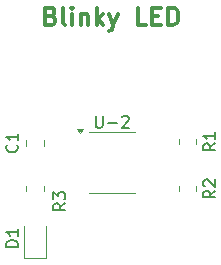
<source format=gbr>
%TF.GenerationSoftware,KiCad,Pcbnew,9.0.2-9.0.2-0~ubuntu22.04.1*%
%TF.CreationDate,2025-07-10T14:00:21-04:00*%
%TF.ProjectId,GettingToBlinky5.0,47657474-696e-4675-946f-426c696e6b79,rev?*%
%TF.SameCoordinates,Original*%
%TF.FileFunction,Legend,Top*%
%TF.FilePolarity,Positive*%
%FSLAX46Y46*%
G04 Gerber Fmt 4.6, Leading zero omitted, Abs format (unit mm)*
G04 Created by KiCad (PCBNEW 9.0.2-9.0.2-0~ubuntu22.04.1) date 2025-07-10 14:00:21*
%MOMM*%
%LPD*%
G01*
G04 APERTURE LIST*
%ADD10C,0.300000*%
%ADD11C,0.150000*%
%ADD12C,0.120000*%
G04 APERTURE END LIST*
D10*
X136054510Y-99015114D02*
X136268796Y-99086542D01*
X136268796Y-99086542D02*
X136340225Y-99157971D01*
X136340225Y-99157971D02*
X136411653Y-99300828D01*
X136411653Y-99300828D02*
X136411653Y-99515114D01*
X136411653Y-99515114D02*
X136340225Y-99657971D01*
X136340225Y-99657971D02*
X136268796Y-99729400D01*
X136268796Y-99729400D02*
X136125939Y-99800828D01*
X136125939Y-99800828D02*
X135554510Y-99800828D01*
X135554510Y-99800828D02*
X135554510Y-98300828D01*
X135554510Y-98300828D02*
X136054510Y-98300828D01*
X136054510Y-98300828D02*
X136197368Y-98372257D01*
X136197368Y-98372257D02*
X136268796Y-98443685D01*
X136268796Y-98443685D02*
X136340225Y-98586542D01*
X136340225Y-98586542D02*
X136340225Y-98729400D01*
X136340225Y-98729400D02*
X136268796Y-98872257D01*
X136268796Y-98872257D02*
X136197368Y-98943685D01*
X136197368Y-98943685D02*
X136054510Y-99015114D01*
X136054510Y-99015114D02*
X135554510Y-99015114D01*
X137268796Y-99800828D02*
X137125939Y-99729400D01*
X137125939Y-99729400D02*
X137054510Y-99586542D01*
X137054510Y-99586542D02*
X137054510Y-98300828D01*
X137840224Y-99800828D02*
X137840224Y-98800828D01*
X137840224Y-98300828D02*
X137768796Y-98372257D01*
X137768796Y-98372257D02*
X137840224Y-98443685D01*
X137840224Y-98443685D02*
X137911653Y-98372257D01*
X137911653Y-98372257D02*
X137840224Y-98300828D01*
X137840224Y-98300828D02*
X137840224Y-98443685D01*
X138554510Y-98800828D02*
X138554510Y-99800828D01*
X138554510Y-98943685D02*
X138625939Y-98872257D01*
X138625939Y-98872257D02*
X138768796Y-98800828D01*
X138768796Y-98800828D02*
X138983082Y-98800828D01*
X138983082Y-98800828D02*
X139125939Y-98872257D01*
X139125939Y-98872257D02*
X139197368Y-99015114D01*
X139197368Y-99015114D02*
X139197368Y-99800828D01*
X139911653Y-99800828D02*
X139911653Y-98300828D01*
X140054511Y-99229400D02*
X140483082Y-99800828D01*
X140483082Y-98800828D02*
X139911653Y-99372257D01*
X140983082Y-98800828D02*
X141340225Y-99800828D01*
X141697368Y-98800828D02*
X141340225Y-99800828D01*
X141340225Y-99800828D02*
X141197368Y-100157971D01*
X141197368Y-100157971D02*
X141125939Y-100229400D01*
X141125939Y-100229400D02*
X140983082Y-100300828D01*
X144125939Y-99800828D02*
X143411653Y-99800828D01*
X143411653Y-99800828D02*
X143411653Y-98300828D01*
X144625939Y-99015114D02*
X145125939Y-99015114D01*
X145340225Y-99800828D02*
X144625939Y-99800828D01*
X144625939Y-99800828D02*
X144625939Y-98300828D01*
X144625939Y-98300828D02*
X145340225Y-98300828D01*
X145983082Y-99800828D02*
X145983082Y-98300828D01*
X145983082Y-98300828D02*
X146340225Y-98300828D01*
X146340225Y-98300828D02*
X146554511Y-98372257D01*
X146554511Y-98372257D02*
X146697368Y-98515114D01*
X146697368Y-98515114D02*
X146768797Y-98657971D01*
X146768797Y-98657971D02*
X146840225Y-98943685D01*
X146840225Y-98943685D02*
X146840225Y-99157971D01*
X146840225Y-99157971D02*
X146768797Y-99443685D01*
X146768797Y-99443685D02*
X146697368Y-99586542D01*
X146697368Y-99586542D02*
X146554511Y-99729400D01*
X146554511Y-99729400D02*
X146340225Y-99800828D01*
X146340225Y-99800828D02*
X145983082Y-99800828D01*
D11*
X139844048Y-107469819D02*
X139844048Y-108279342D01*
X139844048Y-108279342D02*
X139891667Y-108374580D01*
X139891667Y-108374580D02*
X139939286Y-108422200D01*
X139939286Y-108422200D02*
X140034524Y-108469819D01*
X140034524Y-108469819D02*
X140225000Y-108469819D01*
X140225000Y-108469819D02*
X140320238Y-108422200D01*
X140320238Y-108422200D02*
X140367857Y-108374580D01*
X140367857Y-108374580D02*
X140415476Y-108279342D01*
X140415476Y-108279342D02*
X140415476Y-107469819D01*
X140891667Y-108088866D02*
X141653572Y-108088866D01*
X142082143Y-107565057D02*
X142129762Y-107517438D01*
X142129762Y-107517438D02*
X142225000Y-107469819D01*
X142225000Y-107469819D02*
X142463095Y-107469819D01*
X142463095Y-107469819D02*
X142558333Y-107517438D01*
X142558333Y-107517438D02*
X142605952Y-107565057D01*
X142605952Y-107565057D02*
X142653571Y-107660295D01*
X142653571Y-107660295D02*
X142653571Y-107755533D01*
X142653571Y-107755533D02*
X142605952Y-107898390D01*
X142605952Y-107898390D02*
X142034524Y-108469819D01*
X142034524Y-108469819D02*
X142653571Y-108469819D01*
X133159580Y-109916666D02*
X133207200Y-109964285D01*
X133207200Y-109964285D02*
X133254819Y-110107142D01*
X133254819Y-110107142D02*
X133254819Y-110202380D01*
X133254819Y-110202380D02*
X133207200Y-110345237D01*
X133207200Y-110345237D02*
X133111961Y-110440475D01*
X133111961Y-110440475D02*
X133016723Y-110488094D01*
X133016723Y-110488094D02*
X132826247Y-110535713D01*
X132826247Y-110535713D02*
X132683390Y-110535713D01*
X132683390Y-110535713D02*
X132492914Y-110488094D01*
X132492914Y-110488094D02*
X132397676Y-110440475D01*
X132397676Y-110440475D02*
X132302438Y-110345237D01*
X132302438Y-110345237D02*
X132254819Y-110202380D01*
X132254819Y-110202380D02*
X132254819Y-110107142D01*
X132254819Y-110107142D02*
X132302438Y-109964285D01*
X132302438Y-109964285D02*
X132350057Y-109916666D01*
X133254819Y-108964285D02*
X133254819Y-109535713D01*
X133254819Y-109249999D02*
X132254819Y-109249999D01*
X132254819Y-109249999D02*
X132397676Y-109345237D01*
X132397676Y-109345237D02*
X132492914Y-109440475D01*
X132492914Y-109440475D02*
X132540533Y-109535713D01*
X137254819Y-114866666D02*
X136778628Y-115199999D01*
X137254819Y-115438094D02*
X136254819Y-115438094D01*
X136254819Y-115438094D02*
X136254819Y-115057142D01*
X136254819Y-115057142D02*
X136302438Y-114961904D01*
X136302438Y-114961904D02*
X136350057Y-114914285D01*
X136350057Y-114914285D02*
X136445295Y-114866666D01*
X136445295Y-114866666D02*
X136588152Y-114866666D01*
X136588152Y-114866666D02*
X136683390Y-114914285D01*
X136683390Y-114914285D02*
X136731009Y-114961904D01*
X136731009Y-114961904D02*
X136778628Y-115057142D01*
X136778628Y-115057142D02*
X136778628Y-115438094D01*
X136254819Y-114533332D02*
X136254819Y-113914285D01*
X136254819Y-113914285D02*
X136635771Y-114247618D01*
X136635771Y-114247618D02*
X136635771Y-114104761D01*
X136635771Y-114104761D02*
X136683390Y-114009523D01*
X136683390Y-114009523D02*
X136731009Y-113961904D01*
X136731009Y-113961904D02*
X136826247Y-113914285D01*
X136826247Y-113914285D02*
X137064342Y-113914285D01*
X137064342Y-113914285D02*
X137159580Y-113961904D01*
X137159580Y-113961904D02*
X137207200Y-114009523D01*
X137207200Y-114009523D02*
X137254819Y-114104761D01*
X137254819Y-114104761D02*
X137254819Y-114390475D01*
X137254819Y-114390475D02*
X137207200Y-114485713D01*
X137207200Y-114485713D02*
X137159580Y-114533332D01*
X149954819Y-109804166D02*
X149478628Y-110137499D01*
X149954819Y-110375594D02*
X148954819Y-110375594D01*
X148954819Y-110375594D02*
X148954819Y-109994642D01*
X148954819Y-109994642D02*
X149002438Y-109899404D01*
X149002438Y-109899404D02*
X149050057Y-109851785D01*
X149050057Y-109851785D02*
X149145295Y-109804166D01*
X149145295Y-109804166D02*
X149288152Y-109804166D01*
X149288152Y-109804166D02*
X149383390Y-109851785D01*
X149383390Y-109851785D02*
X149431009Y-109899404D01*
X149431009Y-109899404D02*
X149478628Y-109994642D01*
X149478628Y-109994642D02*
X149478628Y-110375594D01*
X149954819Y-108851785D02*
X149954819Y-109423213D01*
X149954819Y-109137499D02*
X148954819Y-109137499D01*
X148954819Y-109137499D02*
X149097676Y-109232737D01*
X149097676Y-109232737D02*
X149192914Y-109327975D01*
X149192914Y-109327975D02*
X149240533Y-109423213D01*
X133254819Y-118550594D02*
X132254819Y-118550594D01*
X132254819Y-118550594D02*
X132254819Y-118312499D01*
X132254819Y-118312499D02*
X132302438Y-118169642D01*
X132302438Y-118169642D02*
X132397676Y-118074404D01*
X132397676Y-118074404D02*
X132492914Y-118026785D01*
X132492914Y-118026785D02*
X132683390Y-117979166D01*
X132683390Y-117979166D02*
X132826247Y-117979166D01*
X132826247Y-117979166D02*
X133016723Y-118026785D01*
X133016723Y-118026785D02*
X133111961Y-118074404D01*
X133111961Y-118074404D02*
X133207200Y-118169642D01*
X133207200Y-118169642D02*
X133254819Y-118312499D01*
X133254819Y-118312499D02*
X133254819Y-118550594D01*
X133254819Y-117026785D02*
X133254819Y-117598213D01*
X133254819Y-117312499D02*
X132254819Y-117312499D01*
X132254819Y-117312499D02*
X132397676Y-117407737D01*
X132397676Y-117407737D02*
X132492914Y-117502975D01*
X132492914Y-117502975D02*
X132540533Y-117598213D01*
X149954819Y-113804166D02*
X149478628Y-114137499D01*
X149954819Y-114375594D02*
X148954819Y-114375594D01*
X148954819Y-114375594D02*
X148954819Y-113994642D01*
X148954819Y-113994642D02*
X149002438Y-113899404D01*
X149002438Y-113899404D02*
X149050057Y-113851785D01*
X149050057Y-113851785D02*
X149145295Y-113804166D01*
X149145295Y-113804166D02*
X149288152Y-113804166D01*
X149288152Y-113804166D02*
X149383390Y-113851785D01*
X149383390Y-113851785D02*
X149431009Y-113899404D01*
X149431009Y-113899404D02*
X149478628Y-113994642D01*
X149478628Y-113994642D02*
X149478628Y-114375594D01*
X149050057Y-113423213D02*
X149002438Y-113375594D01*
X149002438Y-113375594D02*
X148954819Y-113280356D01*
X148954819Y-113280356D02*
X148954819Y-113042261D01*
X148954819Y-113042261D02*
X149002438Y-112947023D01*
X149002438Y-112947023D02*
X149050057Y-112899404D01*
X149050057Y-112899404D02*
X149145295Y-112851785D01*
X149145295Y-112851785D02*
X149240533Y-112851785D01*
X149240533Y-112851785D02*
X149383390Y-112899404D01*
X149383390Y-112899404D02*
X149954819Y-113470832D01*
X149954819Y-113470832D02*
X149954819Y-112851785D01*
D12*
%TO.C,U-2*%
X141225000Y-108855000D02*
X139275000Y-108855000D01*
X141225000Y-108855000D02*
X143175000Y-108855000D01*
X141225000Y-113975000D02*
X139275000Y-113975000D01*
X141225000Y-113975000D02*
X143175000Y-113975000D01*
X138525000Y-108950000D02*
X138285000Y-108620000D01*
X138765000Y-108620000D01*
X138525000Y-108950000D01*
G36*
X138525000Y-108950000D02*
G01*
X138285000Y-108620000D01*
X138765000Y-108620000D01*
X138525000Y-108950000D01*
G37*
%TO.C,C1*%
X133965000Y-110011252D02*
X133965000Y-109488748D01*
X135435000Y-110011252D02*
X135435000Y-109488748D01*
%TO.C,R3*%
X133965000Y-113410436D02*
X133965000Y-113864564D01*
X135435000Y-113410436D02*
X135435000Y-113864564D01*
%TO.C,R1*%
X146865000Y-109410436D02*
X146865000Y-109864564D01*
X148335000Y-109410436D02*
X148335000Y-109864564D01*
%TO.C,D1*%
X133740000Y-116812500D02*
X133740000Y-119497500D01*
X133740000Y-119497500D02*
X135660000Y-119497500D01*
X135660000Y-119497500D02*
X135660000Y-116812500D01*
%TO.C,R2*%
X146865000Y-113410436D02*
X146865000Y-113864564D01*
X148335000Y-113410436D02*
X148335000Y-113864564D01*
%TD*%
M02*

</source>
